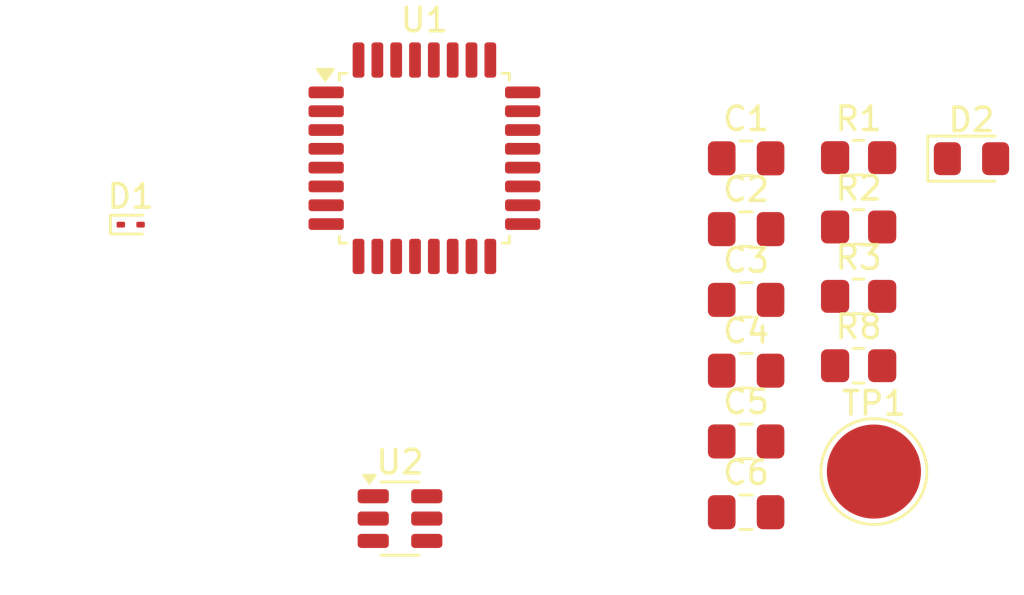
<source format=kicad_pcb>
(kicad_pcb (version 20240108) (generator "pcbnew") (generator_version "8.0")
  (layers (0 "F.Cu" signal) (31 "B.Cu" signal) (34 "B.Paste" user) (35 "F.Paste" user) (36 "B.SilkS" user "B.Silkscreen") (37 "F.SilkS" user "F.Silkscreen") (38 "B.Mask" user) (39 "F.Mask" user) (44 "Edge.Cuts" user))
  (net 0 "")
  (net 1 "/NRST")
  (net 2 "GND")
  (net 3 "/PA9_IO")
  (net 5 "/PA6_IO")
  (net 6 "/SWO")
  (net 7 "Net-(JP2-B)")
  (net 8 "/PA5_IO")
  (net 12 "/PA0_IO")
  (net 13 "/SWCLK")
  (net 14 "/PA2_IO")
  (net 16 "AVDD")
  (net 17 "/SWDIO")
  (net 18 "+3V3")
  (net 19 "/PA4_IO")
  (net 21 "/PA1_IO")
  (net 23 "/PA8_IO")
  (net 24 "/PA3_IO")
  (net 28 "/PA7_IO")
  (net 29 "Net-(JP1-B)")
  (net 30 "VIN (+12V)")
  (net 31 "Net-(U2-VBST)")
  (net 32 "Net-(U2-SW)")
  (net 33 "Net-(U2-EN)")
  (net 34 "Net-(U2-VFB)")
  (net 35 "Net-(D2-A)")
  (footprint "Package_TO_SOT_SMD:SOT-23-6" (layer "F.Cu") (at 47.8625 77.5)
    (property "Reference" "U2" (at 0 -2.4 0) (layer "F.SilkS"))
    (property "Value" "TPS565208")
    (fp_line (start 0 -1.56) (end -0.8 -1.56) (stroke (width 0.12)) (layer "F.SilkS"))
    (fp_line (start 0 -1.56) (end 0.8 -1.56) (stroke (width 0.12)) (layer "F.SilkS"))
    (fp_line (start 0 1.56) (end -0.8 1.56) (stroke (width 0.12)) (layer "F.SilkS"))
    (fp_line (start 0 1.56) (end 0.8 1.56) (stroke (width 0.12)) (layer "F.SilkS"))
    (fp_poly (pts (xy -1.3 -1.51) (xy -1.54 -1.84) (xy -1.06 -1.84) (xy -1.3 -1.51)) (stroke (width 0.12)) (fill solid) (layer "F.SilkS"))
    (pad "1" smd roundrect (at -1.1375 -0.95) (size 1.325 0.6) (layers "F.Cu" "F.Paste" "F.Mask") (net 2 "GND"))
    (pad "2" smd roundrect (at -1.1375 0) (size 1.325 0.6) (layers "F.Cu" "F.Paste" "F.Mask") (net 32 "Net-(U2-SW)"))
    (pad "3" smd roundrect (at -1.1375 0.95) (size 1.325 0.6) (layers "F.Cu" "F.Paste" "F.Mask") (net 30 "VIN (+12V)"))
    (pad "4" smd roundrect (at 1.1375 0.95) (size 1.325 0.6) (layers "F.Cu" "F.Paste" "F.Mask") (net 34 "Net-(U2-VFB)"))
    (pad "5" smd roundrect (at 1.1375 0) (size 1.325 0.6) (layers "F.Cu" "F.Paste" "F.Mask") (net 33 "Net-(U2-EN)"))
    (pad "6" smd roundrect (at 1.1375 -0.95) (size 1.325 0.6) (layers "F.Cu" "F.Paste" "F.Mask") (net 31 "Net-(U2-VBST)"))
  )
  (footprint "Capacitor_SMD:C_0805_2012Metric_Pad1.18x1.45mm_HandSolder" (layer "F.Cu") (at 62.57 65.19)
    (property "Reference" "C2" (at 0 -1.68 0) (layer "F.SilkS"))
    (property "Value" "22uF")
    (fp_line (start -0.261252 -0.735) (end 0.261252 -0.735) (stroke (width 0.12)) (layer "F.SilkS"))
    (fp_line (start -0.261252 0.735) (end 0.261252 0.735) (stroke (width 0.12)) (layer "F.SilkS"))
    (pad "1" smd roundrect (at -1.0375 0) (size 1.175 1.45) (layers "F.Cu" "F.Paste" "F.Mask") (roundrect_rratio 0.212766) (net 18 "+3V3"))
    (pad "2" smd roundrect (at 1.0375 0) (size 1.175 1.45) (layers "F.Cu" "F.Paste" "F.Mask") (roundrect_rratio 0.212766) (net 2 "GND"))
  )
  (footprint "Resistor_SMD:R_0805_2012Metric_Pad1.20x1.40mm_HandSolder" (layer "F.Cu") (at 67.35 71)
    (property "Reference" "R8" (at 0 -1.65 0) (layer "F.SilkS"))
    (property "Value" "150R")
    (fp_line (start -0.227064 -0.735) (end 0.227064 -0.735) (stroke (width 0.12)) (layer "F.SilkS"))
    (fp_line (start -0.227064 0.735) (end 0.227064 0.735) (stroke (width 0.12)) (layer "F.SilkS"))
    (pad "1" smd roundrect (at -1 0) (size 1.2 1.4) (layers "F.Cu" "F.Paste" "F.Mask") (roundrect_rratio 0.208333) (net 18 "+3V3"))
    (pad "2" smd roundrect (at 1 0) (size 1.2 1.4) (layers "F.Cu" "F.Paste" "F.Mask") (roundrect_rratio 0.208333) (net 35 "Net-(D2-A)"))
  )
  (footprint "Diode_SMD:D_SOD-923" (layer "F.Cu") (at 36.42 65)
    (property "Reference" "D1" (at 0 -1.2 0) (layer "F.SilkS"))
    (property "Value" "ESD9B3.3ST5G")
    (fp_line (start -0.86 -0.4) (end -0.86 0.4) (stroke (width 0.12)) (layer "F.SilkS"))
    (fp_line (start 0.5 -0.4) (end -0.86 -0.4) (stroke (width 0.12)) (layer "F.SilkS"))
    (fp_line (start 0.5 0.4) (end -0.86 0.4) (stroke (width 0.12)) (layer "F.SilkS"))
    (pad "1" smd roundrect (at -0.42 0 180) (size 0.36 0.25) (layers "F.Cu" "F.Paste" "F.Mask") (net 2 "GND"))
    (pad "2" smd roundrect (at 0.42 0 180) (size 0.36 0.25) (layers "F.Cu" "F.Paste" "F.Mask") (net 1 "/NRST"))
  )
  (footprint "TestPoint:TestPoint_Pad_D4.0mm" (layer "F.Cu") (at 68 75.5)
    (property "Reference" "TP1" (at 0 -2.898 0) (layer "F.SilkS"))
    (property "Value" "+3V3 TP")
    (fp_circle (center 0 0) (end 0 2.25) (stroke (width 0.12)) (fill none) (layer "F.SilkS"))
    (pad "1" smd circle (at 0 0) (size 4 4) (layers "F.Cu" "F.Mask") (net 18 "+3V3"))
  )
  (footprint "LED_SMD:LED_0805_2012Metric_Pad1.15x1.40mm_HandSolder" (layer "F.Cu") (at 72.145 62.195)
    (property "Reference" "D2" (at 0 -1.65 0) (layer "F.SilkS"))
    (property "Value" "Green")
    (fp_line (start -1.86 -0.96) (end -1.86 0.96) (stroke (width 0.12)) (layer "F.SilkS"))
    (fp_line (start -1.86 0.96) (end 1 0.96) (stroke (width 0.12)) (layer "F.SilkS"))
    (fp_line (start 1 -0.96) (end -1.86 -0.96) (stroke (width 0.12)) (layer "F.SilkS"))
    (pad "1" smd roundrect (at -1.025 0) (size 1.15 1.4) (layers "F.Cu" "F.Paste" "F.Mask") (roundrect_rratio 0.217391) (net 2 "GND"))
    (pad "2" smd roundrect (at 1.025 0) (size 1.15 1.4) (layers "F.Cu" "F.Paste" "F.Mask") (roundrect_rratio 0.217391) (net 35 "Net-(D2-A)"))
  )
  (footprint "Capacitor_SMD:C_0805_2012Metric_Pad1.18x1.45mm_HandSolder" (layer "F.Cu") (at 62.57 62.18)
    (property "Reference" "C1" (at 0 -1.68 0) (layer "F.SilkS"))
    (property "Value" "0.1uF")
    (fp_line (start -0.261252 -0.735) (end 0.261252 -0.735) (stroke (width 0.12)) (layer "F.SilkS"))
    (fp_line (start -0.261252 0.735) (end 0.261252 0.735) (stroke (width 0.12)) (layer "F.SilkS"))
    (pad "1" smd roundrect (at -1.0375 0) (size 1.175 1.45) (layers "F.Cu" "F.Paste" "F.Mask") (roundrect_rratio 0.212766) (net 31 "Net-(U2-VBST)"))
    (pad "2" smd roundrect (at 1.0375 0) (size 1.175 1.45) (layers "F.Cu" "F.Paste" "F.Mask") (roundrect_rratio 0.212766) (net 32 "Net-(U2-SW)"))
  )
  (footprint "Resistor_SMD:R_0805_2012Metric_Pad1.20x1.40mm_HandSolder" (layer "F.Cu") (at 67.35 62.15)
    (property "Reference" "R1" (at 0 -1.65 0) (layer "F.SilkS"))
    (property "Value" "10k")
    (fp_line (start -0.227064 -0.735) (end 0.227064 -0.735) (stroke (width 0.12)) (layer "F.SilkS"))
    (fp_line (start -0.227064 0.735) (end 0.227064 0.735) (stroke (width 0.12)) (layer "F.SilkS"))
    (pad "1" smd roundrect (at -1 0) (size 1.2 1.4) (layers "F.Cu" "F.Paste" "F.Mask") (roundrect_rratio 0.208333) (net 30 "VIN (+12V)"))
    (pad "2" smd roundrect (at 1 0) (size 1.2 1.4) (layers "F.Cu" "F.Paste" "F.Mask") (roundrect_rratio 0.208333) (net 33 "Net-(U2-EN)"))
  )
  (footprint "Capacitor_SMD:C_0805_2012Metric_Pad1.18x1.45mm_HandSolder" (layer "F.Cu") (at 62.57 77.23)
    (property "Reference" "C6" (at 0 -1.68 0) (layer "F.SilkS"))
    (property "Value" "0.1uF")
    (fp_line (start -0.261252 -0.735) (end 0.261252 -0.735) (stroke (width 0.12)) (layer "F.SilkS"))
    (fp_line (start -0.261252 0.735) (end 0.261252 0.735) (stroke (width 0.12)) (layer "F.SilkS"))
    (pad "1" smd roundrect (at -1.0375 0) (size 1.175 1.45) (layers "F.Cu" "F.Paste" "F.Mask") (roundrect_rratio 0.212766) (net 30 "VIN (+12V)"))
    (pad "2" smd roundrect (at 1.0375 0) (size 1.175 1.45) (layers "F.Cu" "F.Paste" "F.Mask") (roundrect_rratio 0.212766) (net 2 "GND"))
  )
  (footprint "Package_QFP:LQFP-32_7x7mm_P0.8mm" (layer "F.Cu") (at 48.9 62.175)
    (property "Reference" "U1" (at 0 -5.88 0) (layer "F.SilkS"))
    (property "Value" "STM32G431KBTx")
    (fp_line (start -3.61 -3.61) (end -3.61 -3.31) (stroke (width 0.12)) (layer "F.SilkS"))
    (fp_line (start -3.61 3.61) (end -3.61 3.31) (stroke (width 0.12)) (layer "F.SilkS"))
    (fp_line (start -3.31 -3.61) (end -3.61 -3.61) (stroke (width 0.12)) (layer "F.SilkS"))
    (fp_line (start -3.31 3.61) (end -3.61 3.61) (stroke (width 0.12)) (layer "F.SilkS"))
    (fp_line (start 3.31 -3.61) (end 3.61 -3.61) (stroke (width 0.12)) (layer "F.SilkS"))
    (fp_line (start 3.31 3.61) (end 3.61 3.61) (stroke (width 0.12)) (layer "F.SilkS"))
    (fp_line (start 3.61 -3.61) (end 3.61 -3.31) (stroke (width 0.12)) (layer "F.SilkS"))
    (fp_line (start 3.61 3.61) (end 3.61 3.31) (stroke (width 0.12)) (layer "F.SilkS"))
    (fp_poly (pts (xy -4.2125 -3.31) (xy -4.5525 -3.78) (xy -3.8725 -3.78) (xy -4.2125 -3.31)) (stroke (width 0.12)) (fill solid) (layer "F.SilkS"))
    (pad "1" smd roundrect (at -4.175 -2.8) (size 1.5 0.5) (layers "F.Cu" "F.Paste" "F.Mask") (net 18 "+3V3"))
    (pad "2" smd roundrect (at -4.175 -2) (size 1.5 0.5) (layers "F.Cu" "F.Paste" "F.Mask") (net 29 "Net-(JP1-B)"))
    (pad "3" smd roundrect (at -4.175 -1.2) (size 1.5 0.5) (layers "F.Cu" "F.Paste" "F.Mask") (net 7 "Net-(JP2-B)"))
    (pad "4" smd roundrect (at -4.175 -0.4) (size 1.5 0.5) (layers "F.Cu" "F.Paste" "F.Mask") (net 1 "/NRST"))
    (pad "5" smd roundrect (at -4.175 0.4) (size 1.5 0.5) (layers "F.Cu" "F.Paste" "F.Mask") (net 12 "/PA0_IO"))
    (pad "6" smd roundrect (at -4.175 1.2) (size 1.5 0.5) (layers "F.Cu" "F.Paste" "F.Mask") (net 21 "/PA1_IO"))
    (pad "7" smd roundrect (at -4.175 2) (size 1.5 0.5) (layers "F.Cu" "F.Paste" "F.Mask") (net 14 "/PA2_IO"))
    (pad "8" smd roundrect (at -4.175 2.8) (size 1.5 0.5) (layers "F.Cu" "F.Paste" "F.Mask") (net 24 "/PA3_IO"))
    (pad "9" smd roundrect (at -2.8 4.175) (size 0.5 1.5) (layers "F.Cu" "F.Paste" "F.Mask") (net 19 "/PA4_IO"))
    (pad "10" smd roundrect (at -2 4.175) (size 0.5 1.5) (layers "F.Cu" "F.Paste" "F.Mask") (net 8 "/PA5_IO"))
    (pad "11" smd roundrect (at -1.2 4.175) (size 0.5 1.5) (layers "F.Cu" "F.Paste" "F.Mask") (net 5 "/PA6_IO"))
    (pad "12" smd roundrect (at -0.4 4.175) (size 0.5 1.5) (layers "F.Cu" "F.Paste" "F.Mask") (net 28 "/PA7_IO"))
    (pad "13" smd roundrect (at 0.4 4.175) (size 0.5 1.5) (layers "F.Cu" "F.Paste" "F.Mask"))
    (pad "14" smd roundrect (at 1.2 4.175) (size 0.5 1.5) (layers "F.Cu" "F.Paste" "F.Mask") (net 2 "GND"))
    (pad "15" smd roundrect (at 2 4.175) (size 0.5 1.5) (layers "F.Cu" "F.Paste" "F.Mask") (net 16 "AVDD"))
    (pad "16" smd roundrect (at 2.8 4.175) (size 0.5 1.5) (layers "F.Cu" "F.Paste" "F.Mask") (net 2 "GND"))
    (pad "17" smd roundrect (at 4.175 2.8) (size 1.5 0.5) (layers "F.Cu" "F.Paste" "F.Mask") (net 18 "+3V3"))
    (pad "18" smd roundrect (at 4.175 2) (size 1.5 0.5) (layers "F.Cu" "F.Paste" "F.Mask") (net 23 "/PA8_IO"))
    (pad "19" smd roundrect (at 4.175 1.2) (size 1.5 0.5) (layers "F.Cu" "F.Paste" "F.Mask") (net 3 "/PA9_IO"))
    (pad "20" smd roundrect (at 4.175 0.4) (size 1.5 0.5) (layers "F.Cu" "F.Paste" "F.Mask"))
    (pad "21" smd roundrect (at 4.175 -0.4) (size 1.5 0.5) (layers "F.Cu" "F.Paste" "F.Mask"))
    (pad "22" smd roundrect (at 4.175 -1.2) (size 1.5 0.5) (layers "F.Cu" "F.Paste" "F.Mask"))
    (pad "23" smd roundrect (at 4.175 -2) (size 1.5 0.5) (layers "F.Cu" "F.Paste" "F.Mask") (net 17 "/SWDIO"))
    (pad "24" smd roundrect (at 4.175 -2.8) (size 1.5 0.5) (layers "F.Cu" "F.Paste" "F.Mask") (net 13 "/SWCLK"))
    (pad "25" smd roundrect (at 2.8 -4.175) (size 0.5 1.5) (layers "F.Cu" "F.Paste" "F.Mask"))
    (pad "26" smd roundrect (at 2 -4.175) (size 0.5 1.5) (layers "F.Cu" "F.Paste" "F.Mask") (net 6 "/SWO"))
    (pad "27" smd roundrect (at 1.2 -4.175) (size 0.5 1.5) (layers "F.Cu" "F.Paste" "F.Mask"))
    (pad "28" smd roundrect (at 0.4 -4.175) (size 0.5 1.5) (layers "F.Cu" "F.Paste" "F.Mask"))
    (pad "29" smd roundrect (at -0.4 -4.175) (size 0.5 1.5) (layers "F.Cu" "F.Paste" "F.Mask"))
    (pad "30" smd roundrect (at -1.2 -4.175) (size 0.5 1.5) (layers "F.Cu" "F.Paste" "F.Mask"))
    (pad "31" smd roundrect (at -2 -4.175) (size 0.5 1.5) (layers "F.Cu" "F.Paste" "F.Mask"))
    (pad "32" smd roundrect (at -2.8 -4.175) (size 0.5 1.5) (layers "F.Cu" "F.Paste" "F.Mask") (net 2 "GND"))
  )
  (footprint "Capacitor_SMD:C_0805_2012Metric_Pad1.18x1.45mm_HandSolder" (layer "F.Cu") (at 62.57 68.2)
    (property "Reference" "C3" (at 0 -1.68 0) (layer "F.SilkS"))
    (property "Value" "22uF")
    (fp_line (start -0.261252 -0.735) (end 0.261252 -0.735) (stroke (width 0.12)) (layer "F.SilkS"))
    (fp_line (start -0.261252 0.735) (end 0.261252 0.735) (stroke (width 0.12)) (layer "F.SilkS"))
    (pad "1" smd roundrect (at -1.0375 0) (size 1.175 1.45) (layers "F.Cu" "F.Paste" "F.Mask") (roundrect_rratio 0.212766) (net 18 "+3V3"))
    (pad "2" smd roundrect (at 1.0375 0) (size 1.175 1.45) (layers "F.Cu" "F.Paste" "F.Mask") (roundrect_rratio 0.212766) (net 2 "GND"))
  )
  (footprint "Resistor_SMD:R_0805_2012Metric_Pad1.20x1.40mm_HandSolder" (layer "F.Cu") (at 67.35 65.1)
    (property "Reference" "R2" (at 0 -1.65 0) (layer "F.SilkS"))
    (property "Value" "10k")
    (fp_line (start -0.227064 -0.735) (end 0.227064 -0.735) (stroke (width 0.12)) (layer "F.SilkS"))
    (fp_line (start -0.227064 0.735) (end 0.227064 0.735) (stroke (width 0.12)) (layer "F.SilkS"))
    (pad "1" smd roundrect (at -1 0) (size 1.2 1.4) (layers "F.Cu" "F.Paste" "F.Mask") (roundrect_rratio 0.208333) (net 34 "Net-(U2-VFB)"))
    (pad "2" smd roundrect (at 1 0) (size 1.2 1.4) (layers "F.Cu" "F.Paste" "F.Mask") (roundrect_rratio 0.208333) (net 2 "GND"))
  )
  (footprint "Capacitor_SMD:C_0805_2012Metric_Pad1.18x1.45mm_HandSolder" (layer "F.Cu") (at 62.57 71.21)
    (property "Reference" "C4" (at 0 -1.68 0) (layer "F.SilkS"))
    (property "Value" "10uF")
    (fp_line (start -0.261252 -0.735) (end 0.261252 -0.735) (stroke (width 0.12)) (layer "F.SilkS"))
    (fp_line (start -0.261252 0.735) (end 0.261252 0.735) (stroke (width 0.12)) (layer "F.SilkS"))
    (pad "1" smd roundrect (at -1.0375 0) (size 1.175 1.45) (layers "F.Cu" "F.Paste" "F.Mask") (roundrect_rratio 0.212766) (net 30 "VIN (+12V)"))
    (pad "2" smd roundrect (at 1.0375 0) (size 1.175 1.45) (layers "F.Cu" "F.Paste" "F.Mask") (roundrect_rratio 0.212766) (net 2 "GND"))
  )
  (footprint "Resistor_SMD:R_0805_2012Metric_Pad1.20x1.40mm_HandSolder" (layer "F.Cu") (at 67.35 68.05)
    (property "Reference" "R3" (at 0 -1.65 0) (layer "F.SilkS"))
    (property "Value" "33.2k")
    (fp_line (start -0.227064 -0.735) (end 0.227064 -0.735) (stroke (width 0.12)) (layer "F.SilkS"))
    (fp_line (start -0.227064 0.735) (end 0.227064 0.735) (stroke (width 0.12)) (layer "F.SilkS"))
    (pad "1" smd roundrect (at -1 0) (size 1.2 1.4) (layers "F.Cu" "F.Paste" "F.Mask") (roundrect_rratio 0.208333) (net 34 "Net-(U2-VFB)"))
    (pad "2" smd roundrect (at 1 0) (size 1.2 1.4) (layers "F.Cu" "F.Paste" "F.Mask") (roundrect_rratio 0.208333) (net 18 "+3V3"))
  )
  (footprint "Capacitor_SMD:C_0805_2012Metric_Pad1.18x1.45mm_HandSolder" (layer "F.Cu") (at 62.57 74.22)
    (property "Reference" "C5" (at 0 -1.68 0) (layer "F.SilkS"))
    (property "Value" "10uF")
    (fp_line (start -0.261252 -0.735) (end 0.261252 -0.735) (stroke (width 0.12)) (layer "F.SilkS"))
    (fp_line (start -0.261252 0.735) (end 0.261252 0.735) (stroke (width 0.12)) (layer "F.SilkS"))
    (pad "1" smd roundrect (at -1.0375 0) (size 1.175 1.45) (layers "F.Cu" "F.Paste" "F.Mask") (roundrect_rratio 0.212766) (net 30 "VIN (+12V)"))
    (pad "2" smd roundrect (at 1.0375 0) (size 1.175 1.45) (layers "F.Cu" "F.Paste" "F.Mask") (roundrect_rratio 0.212766) (net 2 "GND"))
  )
)
</source>
